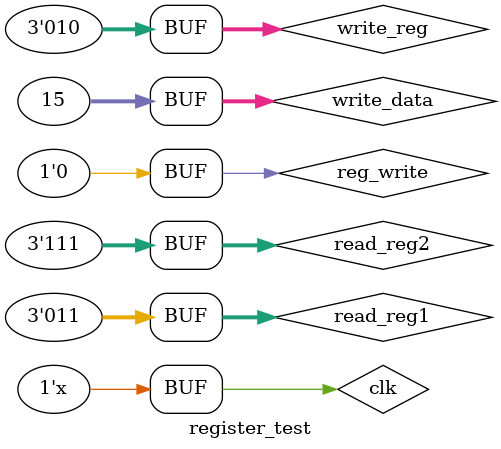
<source format=v>
module register_test();

reg clk;
reg reg_write;
reg [2:0] read_reg1,read_reg2,write_reg;
reg [31:0] write_data;

wire [31:0] read_data1,read_data2;

register_block _reg(read_reg1,read_reg2,write_reg,write_data,reg_write,read_data1,read_data2,clk);

initial begin 
	clk = 0; read_reg1 = 3'b100;read_reg2 = 3'b011; write_reg = 3'b011; write_data = 32'b1111;  reg_write = 1'b0;
 #50;
 clk = 1; read_reg1 = 3'b011;read_reg2 = 3'b111; write_reg = 3'b010; write_data = 32'b1111;  reg_write = 1'b0;
 #50;
end
 
always begin 
	#50 clk=~clk; 
end

initial begin
  $monitor("Time=%2d,ReadReg1:%3b,ReadReg2:%3b,WriteReg:%3b,write_data:%32b,RegWrite:%1b,ReadData1:%32b,ReadData2:%32b",$time,read_reg1,read_reg2,write_reg,write_data,reg_write,read_data1,read_data2);
end

endmodule
</source>
